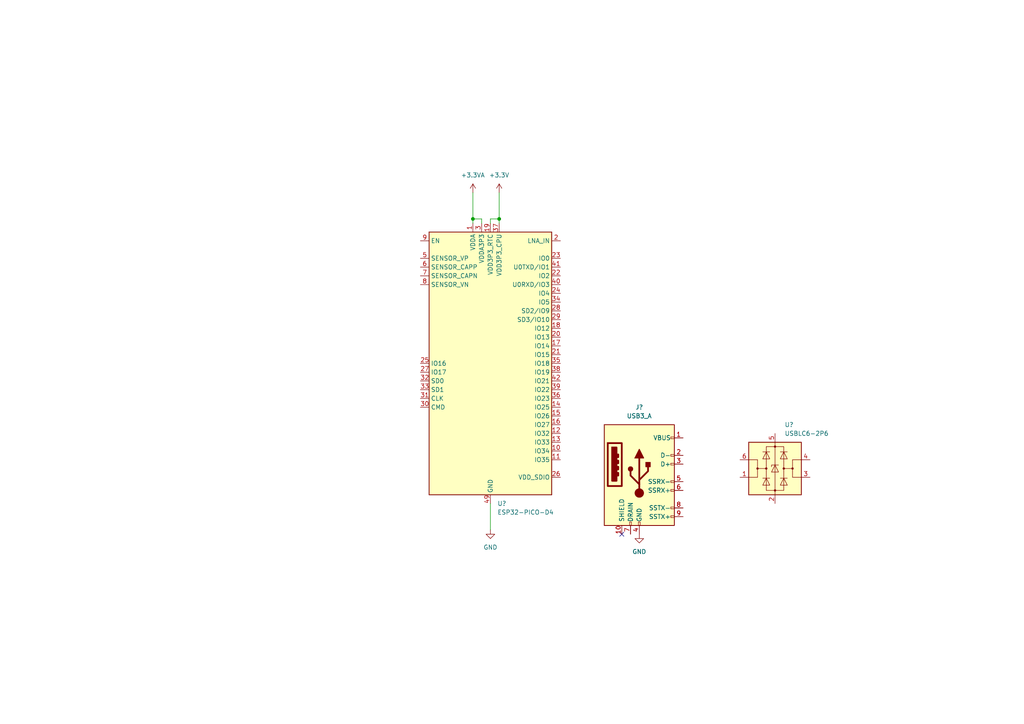
<source format=kicad_sch>
(kicad_sch (version 20211123) (generator eeschema)
  (paper "A4")
  (title_block (title "Dalia") (date "2023-05-17") (rev "1.0") (company "AndromedaHelix"))
  (lib_symbols
    (symbol "Connector:USB3_A" (pin_names (offset 1.016))
      (property "Reference" "J" (at -10.16 15.24 0))
      (property "Value" "USB3_A" (at 10.16 15.24 0))
      (symbol "USB3_A_0_0"
        (rectangle (start -9.144 8.636) (end -5.08 -3.81) (stroke (width 0.508)))
        (rectangle (start -7.874 7.366) (end -6.604 -2.286) (stroke (width 0.508)) (fill (type outline)))
        (rectangle (start -6.35 0) (end -6.096 -0.762) (stroke (width 0.508)))
        (rectangle (start -6.35 1.778) (end -6.096 1.016) (stroke (width 0.508)))
        (rectangle (start -6.35 3.556) (end -6.096 2.794) (stroke (width 0.508)))
        (rectangle (start -6.35 5.334) (end -6.096 4.572) (stroke (width 0.508)))
        (rectangle (start -2.794 -15.24) (end -2.286 -14.224))
        (rectangle (start -0.254 -15.24) (end 0.254 -14.224))
        (rectangle (start 10.16 -12.446) (end 9.144 -12.954))
        (rectangle (start 10.16 -9.906) (end 9.144 -10.414))
        (rectangle (start 10.16 -4.826) (end 9.144 -5.334))
        (rectangle (start 10.16 -2.286) (end 9.144 -2.794))
        (rectangle (start 10.16 2.794) (end 9.144 2.286))
        (rectangle (start 10.16 5.334) (end 9.144 4.826))
        (rectangle (start 10.16 10.414) (end 9.144 9.906))
      )
      (symbol "USB3_A_0_1"
        (rectangle (start -10.16 13.97) (end 10.16 -15.24) (stroke (width 0.254)) (fill (type background)))
      )
      (symbol "USB3_A_1_1"
        (circle (center -2.54 1.143) (radius 0.635) (stroke (width 0.254)) (fill (type outline)))
        (circle (center 0 -5.842) (radius 1.27) (fill (type outline)))
        (polyline (pts (xy 0 -5.842) (xy 0 4.318)) (stroke (width 0.508)))
        (polyline (pts (xy 0 -3.302) (xy -2.54 -0.762) (xy -2.54 0.508)) (stroke (width 0.508)))
        (polyline (pts (xy 0 -2.032) (xy 2.54 0.508) (xy 2.54 1.778)) (stroke (width 0.508)))
        (polyline (pts (xy -1.27 4.318) (xy 0 6.858) (xy 1.27 4.318) (xy -1.27 4.318)) (stroke (width 0.254)) (fill (type outline)))
        (rectangle (start 1.905 1.778) (end 3.175 3.048) (stroke (width 0.254)) (fill (type outline)))
        (pin power_in line (at 12.7 10.16 180) (length 2.54) (name "VBUS") (number "1"))
        (pin passive line (at -5.08 -17.78 90) (length 2.54) (name "SHIELD") (number "10"))
        (pin bidirectional line (at 12.7 5.08 180) (length 2.54) (name "D-") (number "2"))
        (pin bidirectional line (at 12.7 2.54 180) (length 2.54) (name "D+") (number "3"))
        (pin power_in line (at 0 -17.78 90) (length 2.54) (name "GND") (number "4"))
        (pin output line (at 12.7 -2.54 180) (length 2.54) (name "SSRX-") (number "5"))
        (pin output line (at 12.7 -5.08 180) (length 2.54) (name "SSRX+") (number "6"))
        (pin passive line (at -2.54 -17.78 90) (length 2.54) (name "DRAIN") (number "7"))
        (pin input line (at 12.7 -10.16 180) (length 2.54) (name "SSTX-") (number "8"))
        (pin input line (at 12.7 -12.7 180) (length 2.54) (name "SSTX+") (number "9"))
      )
    )
    (symbol "Power_Protection:USBLC6-2P6" (pin_names hide)
      (property "Reference" "U" (at 2.54 8.89 0))
      (property "Value" "USBLC6-2P6" (at 2.54 -8.89 0))
      (symbol "USBLC6-2P6_0_1"
        (rectangle (start -7.62 -7.62) (end 7.62 7.62) (stroke (width 0.254)) (fill (type background)))
        (circle (center -5.08 0) (radius 0.254) (fill (type outline)))
        (circle (center -2.54 0) (radius 0.254) (fill (type outline)))
        (rectangle (start -2.54 6.35) (end 2.54 -6.35))
        (circle (center 0 -6.35) (radius 0.254) (fill (type outline)))
        (polyline (pts (xy -5.08 -2.54) (xy -7.62 -2.54)))
        (polyline (pts (xy -5.08 0) (xy -5.08 -2.54)))
        (polyline (pts (xy -5.08 2.54) (xy -7.62 2.54)))
        (polyline (pts (xy -1.524 -2.794) (xy -3.556 -2.794)))
        (polyline (pts (xy -1.524 4.826) (xy -3.556 4.826)))
        (polyline (pts (xy 0 -7.62) (xy 0 -6.35)))
        (polyline (pts (xy 0 -6.35) (xy 0 1.27)))
        (polyline (pts (xy 0 1.27) (xy 0 6.35)))
        (polyline (pts (xy 0 6.35) (xy 0 7.62)))
        (polyline (pts (xy 1.524 -2.794) (xy 3.556 -2.794)))
        (polyline (pts (xy 1.524 4.826) (xy 3.556 4.826)))
        (polyline (pts (xy 5.08 -2.54) (xy 7.62 -2.54)))
        (polyline (pts (xy 5.08 0) (xy 5.08 -2.54)))
        (polyline (pts (xy 5.08 2.54) (xy 7.62 2.54)))
        (polyline (pts (xy -2.54 0) (xy -5.08 0) (xy -5.08 2.54)))
        (polyline (pts (xy 2.54 0) (xy 5.08 0) (xy 5.08 2.54)))
        (polyline (pts (xy -3.556 -4.826) (xy -1.524 -4.826) (xy -2.54 -2.794) (xy -3.556 -4.826)))
        (polyline (pts (xy -3.556 2.794) (xy -1.524 2.794) (xy -2.54 4.826) (xy -3.556 2.794)))
        (polyline (pts (xy -1.016 -1.016) (xy 1.016 -1.016) (xy 0 1.016) (xy -1.016 -1.016)))
        (polyline (pts (xy 1.016 1.016) (xy 0.762 1.016) (xy -1.016 1.016) (xy -1.016 0.508)))
        (polyline (pts (xy 3.556 -4.826) (xy 1.524 -4.826) (xy 2.54 -2.794) (xy 3.556 -4.826)))
        (polyline (pts (xy 3.556 2.794) (xy 1.524 2.794) (xy 2.54 4.826) (xy 3.556 2.794)))
        (circle (center 0 6.35) (radius 0.254) (fill (type outline)))
        (circle (center 2.54 0) (radius 0.254) (fill (type outline)))
        (circle (center 5.08 0) (radius 0.254) (fill (type outline)))
      )
      (symbol "USBLC6-2P6_1_1"
        (pin passive line (at -10.16 -2.54 0) (length 2.54) (name "I/O1") (number "1"))
        (pin passive line (at 0 -10.16 90) (length 2.54) (name "GND") (number "2"))
        (pin passive line (at 10.16 -2.54 180) (length 2.54) (name "I/O2") (number "3"))
        (pin passive line (at 10.16 2.54 180) (length 2.54) (name "I/O2") (number "4"))
        (pin passive line (at 0 10.16 270) (length 2.54) (name "VBUS") (number "5"))
        (pin passive line (at -10.16 2.54 0) (length 2.54) (name "I/O1") (number "6"))
      )
    )
    (symbol "RF_Module:ESP32-PICO-D4"
      (property "Reference" "U" (at -17.78 39.37 0))
      (property "Value" "ESP32-PICO-D4" (at 3.81 39.37 0))
      (symbol "ESP32-PICO-D4_0_0"
        (pin power_in line (at -5.08 40.64 270) (length 2.54) (name "VDDA") (number "1"))
        (pin input line (at 20.32 -25.4 180) (length 2.54) (name "IO34") (number "10"))
        (pin input line (at 20.32 -27.94 180) (length 2.54) (name "IO35") (number "11"))
        (pin bidirectional line (at 20.32 -20.32 180) (length 2.54) (name "IO32") (number "12"))
        (pin bidirectional line (at 20.32 -22.86 180) (length 2.54) (name "IO33") (number "13"))
        (pin bidirectional line (at 20.32 -12.7 180) (length 2.54) (name "IO25") (number "14"))
        (pin bidirectional line (at 20.32 -15.24 180) (length 2.54) (name "IO26") (number "15"))
        (pin bidirectional line (at 20.32 -17.78 180) (length 2.54) (name "IO27") (number "16"))
        (pin bidirectional line (at 20.32 5.08 180) (length 2.54) (name "IO14") (number "17"))
        (pin bidirectional line (at 20.32 10.16 180) (length 2.54) (name "IO12") (number "18"))
        (pin power_in line (at 0 40.64 270) (length 2.54) (name "VDD3P3_RTC") (number "19"))
        (pin bidirectional line (at 20.32 35.56 180) (length 2.54) (name "LNA_IN") (number "2"))
        (pin bidirectional line (at 20.32 7.62 180) (length 2.54) (name "IO13") (number "20"))
        (pin bidirectional line (at 20.32 2.54 180) (length 2.54) (name "IO15") (number "21"))
        (pin bidirectional line (at 20.32 25.4 180) (length 2.54) (name "IO2") (number "22"))
        (pin bidirectional line (at 20.32 30.48 180) (length 2.54) (name "IO0") (number "23"))
        (pin bidirectional line (at 20.32 20.32 180) (length 2.54) (name "IO4") (number "24"))
        (pin bidirectional line (at -20.32 0 0) (length 2.54) (name "IO16") (number "25"))
        (pin power_out line (at 20.32 -33.02 180) (length 2.54) (name "VDD_SDIO") (number "26"))
        (pin bidirectional line (at -20.32 -2.54 0) (length 2.54) (name "IO17") (number "27"))
        (pin bidirectional line (at 20.32 15.24 180) (length 2.54) (name "SD2/IO9") (number "28"))
        (pin bidirectional line (at 20.32 12.7 180) (length 2.54) (name "SD3/IO10") (number "29"))
        (pin power_in line (at -2.54 40.64 270) (length 2.54) (name "VDDA3P3") (number "3"))
        (pin bidirectional line (at -20.32 -12.7 0) (length 2.54) (name "CMD") (number "30"))
        (pin bidirectional line (at -20.32 -10.16 0) (length 2.54) (name "CLK") (number "31"))
        (pin bidirectional line (at -20.32 -5.08 0) (length 2.54) (name "SD0") (number "32"))
        (pin bidirectional line (at -20.32 -7.62 0) (length 2.54) (name "SD1") (number "33"))
        (pin bidirectional line (at 20.32 17.78 180) (length 2.54) (name "IO5") (number "34"))
        (pin bidirectional line (at 20.32 0 180) (length 2.54) (name "IO18") (number "35"))
        (pin bidirectional line (at 20.32 -10.16 180) (length 2.54) (name "IO23") (number "36"))
        (pin power_in line (at 2.54 40.64 270) (length 2.54) (name "VDD3P3_CPU") (number "37"))
        (pin bidirectional line (at 20.32 -2.54 180) (length 2.54) (name "IO19") (number "38"))
        (pin bidirectional line (at 20.32 -7.62 180) (length 2.54) (name "IO22") (number "39"))
        (pin passive line (at -2.54 40.64 270) (length 2.54) hide (name "VDDA3P3") (number "4"))
        (pin bidirectional line (at 20.32 22.86 180) (length 2.54) (name "U0RXD/IO3") (number "40"))
        (pin bidirectional line (at 20.32 27.94 180) (length 2.54) (name "U0TXD/IO1") (number "41"))
        (pin bidirectional line (at 20.32 -5.08 180) (length 2.54) (name "IO21") (number "42"))
        (pin passive line (at -5.08 40.64 270) (length 2.54) hide (name "VDDA") (number "43"))
        (pin no_connect line (at -17.78 -25.4 0) (length 2.54) hide (name "XTAL_N_NC") (number "44"))
        (pin no_connect line (at -17.78 -27.94 0) (length 2.54) hide (name "XTAL_P_NC") (number "45"))
        (pin passive line (at -5.08 40.64 270) (length 2.54) hide (name "VDDA") (number "46"))
        (pin no_connect line (at -17.78 -30.48 0) (length 2.54) hide (name "CAP2_NC") (number "47"))
        (pin no_connect line (at -17.78 -33.02 0) (length 2.54) hide (name "CAP1_NC") (number "48"))
        (pin power_in line (at 0 -40.64 90) (length 2.54) (name "GND") (number "49"))
        (pin input line (at -20.32 30.48 0) (length 2.54) (name "SENSOR_VP") (number "5"))
        (pin input line (at -20.32 27.94 0) (length 2.54) (name "SENSOR_CAPP") (number "6"))
        (pin input line (at -20.32 25.4 0) (length 2.54) (name "SENSOR_CAPN") (number "7"))
        (pin input line (at -20.32 22.86 0) (length 2.54) (name "SENSOR_VN") (number "8"))
        (pin input line (at -20.32 35.56 0) (length 2.54) (name "EN") (number "9"))
      )
      (symbol "ESP32-PICO-D4_0_1"
        (rectangle (start -17.78 38.1) (end 17.78 -38.1) (stroke (width 0.254)) (fill (type background)))
      )
    )
    (symbol "power:+3.3V" (power) (pin_names (offset 0))
      (property "Value" "+3.3V" (at 0 3.556 0))
      (symbol "+3.3V_0_1"
        (polyline (pts (xy -0.762 1.27) (xy 0 2.54)))
        (polyline (pts (xy 0 0) (xy 0 2.54)))
        (polyline (pts (xy 0 2.54) (xy 0.762 1.27)))
      )
      (symbol "+3.3V_1_1"
        (pin power_in line (at 0 0 90) (length 0) hide (name "+3.3V") (number "1"))
      )
    )
    (symbol "power:+3.3VA" (power) (pin_names (offset 0))
      (property "Value" "+3.3VA" (at 0 3.556 0))
      (symbol "+3.3VA_0_1"
        (polyline (pts (xy -0.762 1.27) (xy 0 2.54)))
        (polyline (pts (xy 0 0) (xy 0 2.54)))
        (polyline (pts (xy 0 2.54) (xy 0.762 1.27)))
      )
      (symbol "+3.3VA_1_1"
        (pin power_in line (at 0 0 90) (length 0) hide (name "+3.3VA") (number "1"))
      )
    )
    (symbol "power:GND" (power) (pin_names (offset 0))
      (property "Value" "GND" (at 0 -3.81 0))
      (symbol "GND_0_1"
        (polyline (pts (xy 0 0) (xy 0 -1.27) (xy 1.27 -1.27) (xy 0 -2.54) (xy -1.27 -1.27) (xy 0 -1.27)))
      )
      (symbol "GND_1_1"
        (pin power_in line (at 0 0 270) (length 0) hide (name "GND") (number "1"))
      )
    )
  )
  (junction (at 137.16 63.5))
  (junction (at 144.78 63.5))
  (no_connect (at 180.34 154.94))
  (wire (pts (xy 142.24 63.5) (xy 142.24 64.77)))
  (wire (pts (xy 137.16 63.5) (xy 137.16 64.77)))
  (wire (pts (xy 142.24 146.05) (xy 142.24 153.67)))
  (wire (pts (xy 142.24 63.5) (xy 144.78 63.5)))
  (wire (pts (xy 139.7 63.5) (xy 139.7 64.77)))
  (wire (pts (xy 137.16 55.88) (xy 137.16 63.5)))
  (wire (pts (xy 144.78 55.88) (xy 144.78 63.5)))
  (wire (pts (xy 137.16 63.5) (xy 139.7 63.5)))
  (wire (pts (xy 144.78 63.5) (xy 144.78 64.77)))
  (symbol (lib_id "power:+3.3V") (at 144.78 55.88 0) (unit 1)
    (property "Reference" "#PWR?" (effects hide))
    (property "Value" "+3.3V" (at 144.78 50.8 0))
  )
  (symbol (lib_id "power:GND") (at 185.42 154.94 0) (unit 1)
    (property "Reference" "#PWR?" (effects hide))
    (property "Value" "GND" (at 185.42 160.02 0))
  )
  (symbol (lib_id "Power_Protection:USBLC6-2P6") (at 224.79 135.89 0) (unit 1)
    (property "Reference" "U?" (at 227.5587 123.19 0) (effects (justify left)))
    (property "Value" "USBLC6-2P6" (at 227.5587 125.73 0) (effects (justify left)))
    (property "Footprint" "Package_TO_SOT_SMD:SOT-666" (effects hide))
    (property "Datasheet" "https://www.st.com/resource/en/datasheet/usblc6-2.pdf" (effects hide))
  )
  (symbol (lib_id "power:GND") (at 142.24 153.67 0) (unit 1)
    (property "Reference" "#PWR?" (effects hide))
    (property "Value" "GND" (at 142.24 158.75 0))
  )
  (symbol (lib_id "Connector:USB3_A") (at 185.42 137.16 0) (unit 1)
    (property "Reference" "J?" (at 185.42 118.11 0))
    (property "Value" "USB3_A" (at 185.42 120.65 0))
  )
  (symbol (lib_id "power:+3.3VA") (at 137.16 55.88 0) (unit 1)
    (property "Reference" "#PWR?" (effects hide))
    (property "Value" "+3.3VA" (at 137.16 50.8 0))
  )
  (symbol (lib_id "RF_Module:ESP32-PICO-D4") (at 142.24 105.41 0) (unit 1)
    (property "Reference" "U?" (at 144.2594 146.05 0) (effects (justify left)))
    (property "Value" "ESP32-PICO-D4" (at 144.2594 148.59 0) (effects (justify left)))
    (property "Footprint" "Package_DFN_QFN:QFN-48-1EP_7x7mm_P0.5mm_EP5.3x5.3mm" (effects hide))
    (property "Datasheet" "https://www.espressif.com/sites/default/files/documentation/esp32-pico-d4_datasheet_en.pdf" (effects hide))
  )
)
</source>
